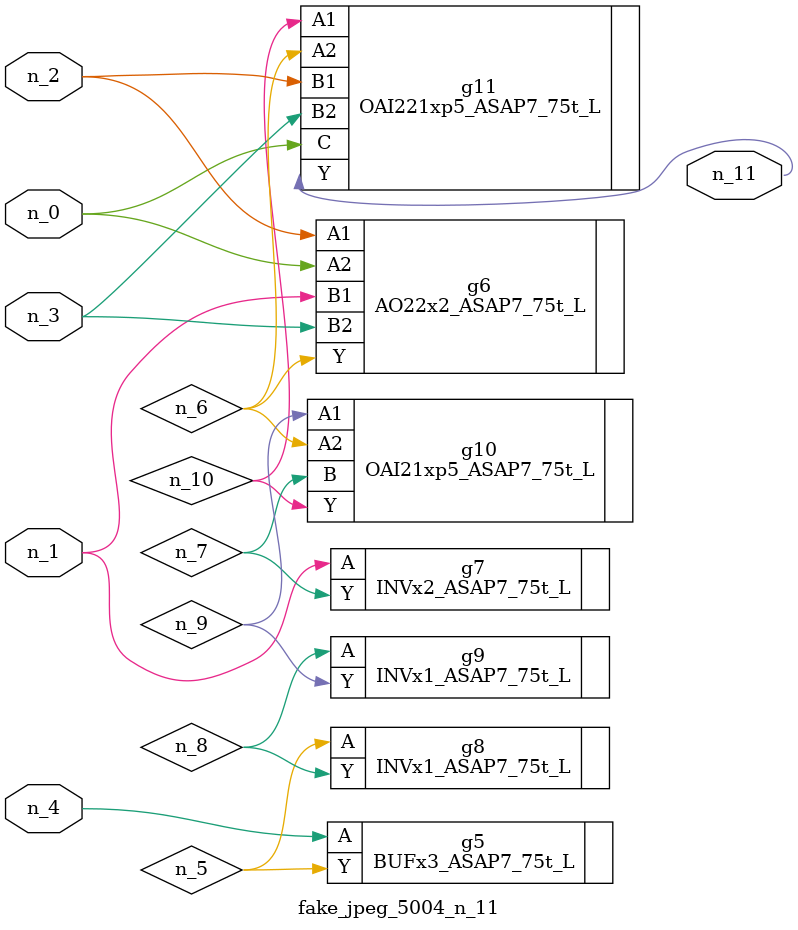
<source format=v>
module fake_jpeg_5004_n_11 (n_3, n_2, n_1, n_0, n_4, n_11);

input n_3;
input n_2;
input n_1;
input n_0;
input n_4;

output n_11;

wire n_10;
wire n_8;
wire n_9;
wire n_6;
wire n_5;
wire n_7;

BUFx3_ASAP7_75t_L g5 ( 
.A(n_4),
.Y(n_5)
);

AO22x2_ASAP7_75t_L g6 ( 
.A1(n_2),
.A2(n_0),
.B1(n_1),
.B2(n_3),
.Y(n_6)
);

INVx2_ASAP7_75t_L g7 ( 
.A(n_1),
.Y(n_7)
);

INVx1_ASAP7_75t_L g8 ( 
.A(n_5),
.Y(n_8)
);

INVx1_ASAP7_75t_L g9 ( 
.A(n_8),
.Y(n_9)
);

OAI21xp5_ASAP7_75t_L g10 ( 
.A1(n_9),
.A2(n_6),
.B(n_7),
.Y(n_10)
);

OAI221xp5_ASAP7_75t_L g11 ( 
.A1(n_10),
.A2(n_6),
.B1(n_2),
.B2(n_3),
.C(n_0),
.Y(n_11)
);


endmodule
</source>
